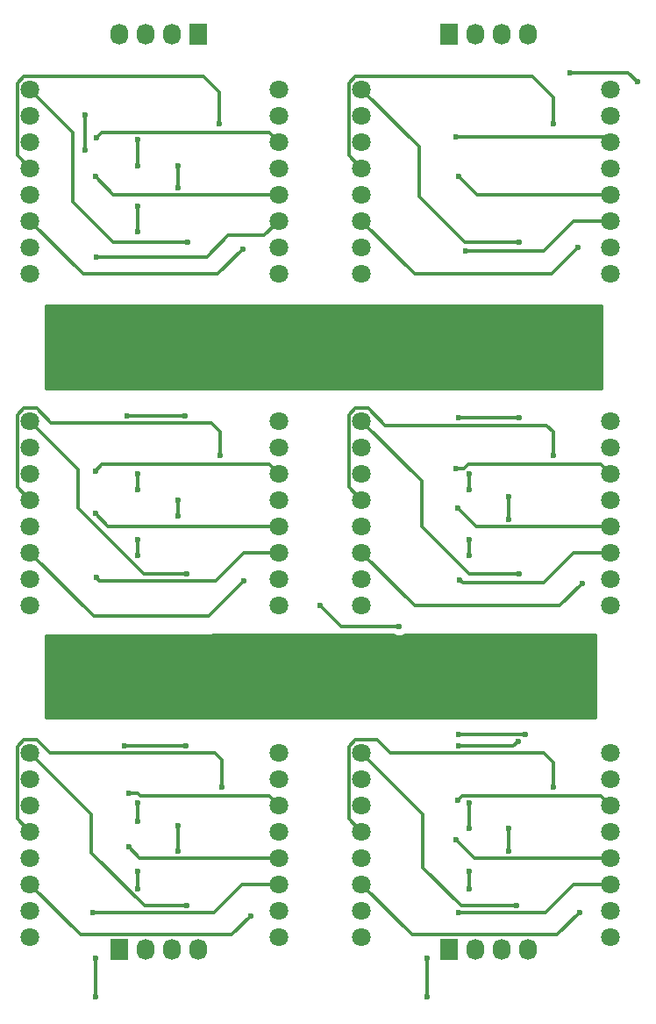
<source format=gbr>
G04 #@! TF.FileFunction,Copper,L2,Bot,Signal*
%FSLAX46Y46*%
G04 Gerber Fmt 4.6, Leading zero omitted, Abs format (unit mm)*
G04 Created by KiCad (PCBNEW 4.0.2-1.fc23-product) date pią, 26 sie 2016, 23:23:19*
%MOMM*%
G01*
G04 APERTURE LIST*
%ADD10C,0.100000*%
%ADD11C,1.800000*%
%ADD12R,1.727200X2.032000*%
%ADD13O,1.727200X2.032000*%
%ADD14C,1.200000*%
%ADD15C,0.600000*%
%ADD16C,1.270000*%
%ADD17C,0.508000*%
%ADD18C,0.304800*%
%ADD19C,0.254000*%
G04 APERTURE END LIST*
D10*
D11*
X111319000Y-93012500D03*
X111319000Y-90472500D03*
X111319000Y-87932500D03*
X111319000Y-85392500D03*
X111319000Y-82852500D03*
X111319000Y-80312500D03*
X111319000Y-77772500D03*
X111319000Y-75232500D03*
X135319000Y-93012500D03*
X135319000Y-90472500D03*
X135319000Y-87932500D03*
X135319000Y-85392500D03*
X135319000Y-82852500D03*
X135319000Y-80312500D03*
X135319000Y-77772500D03*
X135319000Y-75232500D03*
X111319000Y-125016500D03*
X111319000Y-122476500D03*
X111319000Y-119936500D03*
X111319000Y-117396500D03*
X111319000Y-114856500D03*
X111319000Y-112316500D03*
X111319000Y-109776500D03*
X111319000Y-107236500D03*
X135319000Y-125016500D03*
X135319000Y-122476500D03*
X135319000Y-119936500D03*
X135319000Y-117396500D03*
X135319000Y-114856500D03*
X135319000Y-112316500D03*
X135319000Y-109776500D03*
X135319000Y-107236500D03*
X143323000Y-93012500D03*
X143323000Y-90472500D03*
X143323000Y-87932500D03*
X143323000Y-85392500D03*
X143323000Y-82852500D03*
X143323000Y-80312500D03*
X143323000Y-77772500D03*
X143323000Y-75232500D03*
X167323000Y-93012500D03*
X167323000Y-90472500D03*
X167323000Y-87932500D03*
X167323000Y-85392500D03*
X167323000Y-82852500D03*
X167323000Y-80312500D03*
X167323000Y-77772500D03*
X167323000Y-75232500D03*
X143323000Y-61008500D03*
X143323000Y-58468500D03*
X143323000Y-55928500D03*
X143323000Y-53388500D03*
X143323000Y-50848500D03*
X143323000Y-48308500D03*
X143323000Y-45768500D03*
X143323000Y-43228500D03*
X167323000Y-61008500D03*
X167323000Y-58468500D03*
X167323000Y-55928500D03*
X167323000Y-53388500D03*
X167323000Y-50848500D03*
X167323000Y-48308500D03*
X167323000Y-45768500D03*
X167323000Y-43228500D03*
X143323000Y-125016500D03*
X143323000Y-122476500D03*
X143323000Y-119936500D03*
X143323000Y-117396500D03*
X143323000Y-114856500D03*
X143323000Y-112316500D03*
X143323000Y-109776500D03*
X143323000Y-107236500D03*
X167323000Y-125016500D03*
X167323000Y-122476500D03*
X167323000Y-119936500D03*
X167323000Y-117396500D03*
X167323000Y-114856500D03*
X167323000Y-112316500D03*
X167323000Y-109776500D03*
X167323000Y-107236500D03*
D12*
X127508000Y-37909500D03*
D13*
X124968000Y-37909500D03*
X122428000Y-37909500D03*
X119888000Y-37909500D03*
D12*
X151765000Y-37909500D03*
D13*
X154305000Y-37909500D03*
X156845000Y-37909500D03*
X159385000Y-37909500D03*
D12*
X119888000Y-126174500D03*
D13*
X122428000Y-126174500D03*
X124968000Y-126174500D03*
X127508000Y-126174500D03*
D12*
X151765000Y-126174500D03*
D13*
X154305000Y-126174500D03*
X156845000Y-126174500D03*
X159385000Y-126174500D03*
D11*
X111319000Y-61008500D03*
X111319000Y-58468500D03*
X111319000Y-55928500D03*
X111319000Y-53388500D03*
X111319000Y-50848500D03*
X111319000Y-48308500D03*
X111319000Y-45768500D03*
X111319000Y-43228500D03*
X135319000Y-61008500D03*
X135319000Y-58468500D03*
X135319000Y-55928500D03*
X135319000Y-53388500D03*
X135319000Y-50848500D03*
X135319000Y-48308500D03*
X135319000Y-45768500D03*
X135319000Y-43228500D03*
D14*
X164846000Y-70897500D03*
X164846000Y-69024500D03*
X164846000Y-66738500D03*
X113792000Y-70897500D03*
X113792000Y-69278500D03*
X113792000Y-66738500D03*
D15*
X156525000Y-65468500D03*
X156525000Y-64706500D03*
X124521000Y-65468500D03*
X124521000Y-64706500D03*
D14*
X164846000Y-65119500D03*
X113792000Y-65119500D03*
X164973000Y-103060500D03*
X164973000Y-101282500D03*
X164973000Y-98742500D03*
X113665000Y-103028500D03*
X113665000Y-101282500D03*
X113665000Y-98742500D03*
D15*
X122621000Y-97345500D03*
X122621000Y-96583500D03*
X154625000Y-97345500D03*
X154625000Y-96583500D03*
D14*
X164973000Y-96996500D03*
X113665000Y-96996500D03*
D15*
X116586000Y-49085500D03*
X116586000Y-45656500D03*
X131826000Y-58610500D03*
X129540000Y-46545500D03*
X126492000Y-57975500D03*
X117729000Y-59372500D03*
X117621086Y-51644586D03*
X117710586Y-47924086D03*
X132588000Y-122999500D03*
X129794000Y-110553500D03*
X126428500Y-121983500D03*
X117348000Y-122618500D03*
X120840500Y-116332000D03*
X120840500Y-111125000D03*
X164592000Y-90868500D03*
X161798000Y-78549500D03*
X158559500Y-89979500D03*
X152781000Y-90551000D03*
X152590500Y-83629500D03*
X152463500Y-79819500D03*
X131953000Y-90614500D03*
X129667000Y-78549500D03*
X126428500Y-89979500D03*
X117684586Y-90316086D03*
X117621086Y-84156586D03*
X117615336Y-80023336D03*
X164211000Y-58483500D03*
X161798000Y-46545500D03*
X158496000Y-57975500D03*
X153352500Y-58801000D03*
X152717500Y-51625500D03*
X152400000Y-47815500D03*
X164338000Y-122618500D03*
X161798000Y-110553500D03*
X158305500Y-121983500D03*
X152654000Y-122618500D03*
X152463500Y-115633500D03*
X152590500Y-111823500D03*
X159131000Y-105473500D03*
X152654000Y-105473500D03*
X139319000Y-93027500D03*
X146939000Y-95059500D03*
X121666000Y-48069500D03*
X121666000Y-50609500D03*
X121666000Y-56959500D03*
X121666000Y-54483000D03*
X153670000Y-114490500D03*
X153670000Y-120332500D03*
X153670000Y-112072111D03*
X121666000Y-112077500D03*
X121666000Y-86677500D03*
X121666000Y-88201500D03*
X153670000Y-80327500D03*
X153670000Y-81846710D03*
X153670000Y-86682290D03*
X153670000Y-88196710D03*
X121666000Y-80332290D03*
X121666000Y-81851500D03*
X153670000Y-118681500D03*
X121666000Y-113855500D03*
X121666000Y-118681500D03*
X121666000Y-120332500D03*
X117602000Y-130746500D03*
X117602000Y-127063500D03*
X149606000Y-130746500D03*
X149606000Y-127063500D03*
X125603000Y-50609500D03*
X125603000Y-52705000D03*
X125603000Y-116713000D03*
X157480000Y-116740890D03*
X157480000Y-84736890D03*
X157480000Y-114490500D03*
X125603000Y-114236500D03*
X157480000Y-82486500D03*
X125603000Y-82872290D03*
X125603000Y-84386710D03*
X126258610Y-74718890D03*
X120650000Y-74718890D03*
X126365000Y-106595890D03*
X120396000Y-106595890D03*
X158496000Y-74866500D03*
X152654000Y-74866500D03*
X169926000Y-42481500D03*
X163449000Y-41592500D03*
X158432500Y-106129110D03*
X152654000Y-106595890D03*
D16*
X124079000Y-65119500D02*
X156972000Y-65119500D01*
X156972000Y-65119500D02*
X164846000Y-65119500D01*
D17*
X156525000Y-65468500D02*
X156874000Y-65119500D01*
X156874000Y-65119500D02*
X156972000Y-65119500D01*
D16*
X113792000Y-65119500D02*
X124079000Y-65119500D01*
D17*
X124172000Y-65119500D02*
X124079000Y-65119500D01*
X124521000Y-65468500D02*
X124172000Y-65119500D01*
D16*
X113665000Y-96996500D02*
X122428000Y-96996500D01*
X122428000Y-96996500D02*
X155194000Y-96996500D01*
D17*
X122621000Y-97345500D02*
X122621000Y-97189500D01*
X122621000Y-97189500D02*
X122428000Y-96996500D01*
D16*
X155194000Y-96996500D02*
X164973000Y-96996500D01*
D17*
X154625000Y-97345500D02*
X154974000Y-96996500D01*
X154974000Y-96996500D02*
X155194000Y-96996500D01*
D18*
X116586000Y-45656500D02*
X116586000Y-47261790D01*
X116586000Y-47261790D02*
X116586000Y-49085500D01*
X129413000Y-61023500D02*
X131826000Y-58610500D01*
X111319000Y-55928500D02*
X116414000Y-61023500D01*
X116414000Y-61023500D02*
X129413000Y-61023500D01*
X110716311Y-41972899D02*
X110063399Y-42625811D01*
X110063399Y-42625811D02*
X110063399Y-49592899D01*
X110063399Y-49592899D02*
X110419001Y-49948501D01*
X110419001Y-49948501D02*
X111319000Y-50848500D01*
X128015399Y-41972899D02*
X129540000Y-43497500D01*
X129540000Y-43497500D02*
X129540000Y-46545500D01*
X110716311Y-41972899D02*
X128015399Y-41972899D01*
X119316500Y-57975500D02*
X126492000Y-57975500D01*
X119316500Y-57975500D02*
X115443000Y-54102000D01*
X115443000Y-54102000D02*
X115443000Y-47352500D01*
X115443000Y-47352500D02*
X111319000Y-43228500D01*
X128351290Y-59372500D02*
X117729000Y-59372500D01*
X135319000Y-55928500D02*
X133927601Y-57319899D01*
X133927601Y-57319899D02*
X130403891Y-57319899D01*
X130403891Y-57319899D02*
X128351290Y-59372500D01*
X119619000Y-53388500D02*
X119365000Y-53388500D01*
X119365000Y-53388500D02*
X117621086Y-51644586D01*
X135319000Y-53388500D02*
X119619000Y-53388500D01*
X118516999Y-47408501D02*
X118226171Y-47408501D01*
X118226171Y-47408501D02*
X117710586Y-47924086D01*
X135319000Y-48308500D02*
X134419001Y-47408501D01*
X134419001Y-47408501D02*
X118516999Y-47408501D01*
X130784610Y-124802890D02*
X132588000Y-122999500D01*
X111319000Y-119936500D02*
X116185390Y-124802890D01*
X116185390Y-124802890D02*
X130784610Y-124802890D01*
X113192290Y-107251500D02*
X129159000Y-107251500D01*
X129159000Y-107251500D02*
X129794000Y-107886500D01*
X110716311Y-105980899D02*
X111921689Y-105980899D01*
X111921689Y-105980899D02*
X113192290Y-107251500D01*
X129794000Y-107886500D02*
X129794000Y-110553500D01*
X111319000Y-114856500D02*
X110063399Y-113600899D01*
X110063399Y-113600899D02*
X110063399Y-106633811D01*
X110063399Y-106633811D02*
X110716311Y-105980899D01*
X126428500Y-121983500D02*
X122346710Y-121983500D01*
X117221000Y-113138500D02*
X117221000Y-116857790D01*
X117221000Y-116857790D02*
X122346710Y-121983500D01*
X111319000Y-107236500D02*
X117221000Y-113138500D01*
X117348000Y-122618500D02*
X117772264Y-122618500D01*
X129092689Y-122639101D02*
X131795290Y-119936500D01*
X117772264Y-122618500D02*
X117792865Y-122639101D01*
X117792865Y-122639101D02*
X129092689Y-122639101D01*
X131795290Y-119936500D02*
X135319000Y-119936500D01*
X120840500Y-116332000D02*
X121905000Y-117396500D01*
X121905000Y-117396500D02*
X135319000Y-117396500D01*
X120840500Y-111125000D02*
X121683790Y-111125000D01*
X121683790Y-111125000D02*
X121975291Y-111416501D01*
X121975291Y-111416501D02*
X134419001Y-111416501D01*
X135319000Y-112316500D02*
X134419001Y-111416501D01*
X148418000Y-93027500D02*
X162433000Y-93027500D01*
X162433000Y-93027500D02*
X164592000Y-90868500D01*
X143323000Y-87932500D02*
X148418000Y-93027500D01*
X145577290Y-75628500D02*
X161163000Y-75628500D01*
X161163000Y-75628500D02*
X161798000Y-76263500D01*
X142720311Y-73976899D02*
X143925689Y-73976899D01*
X143925689Y-73976899D02*
X145577290Y-75628500D01*
X161798000Y-76263500D02*
X161798000Y-78549500D01*
X143323000Y-82852500D02*
X142067399Y-81596899D01*
X142067399Y-81596899D02*
X142067399Y-74629811D01*
X142067399Y-74629811D02*
X142720311Y-73976899D01*
X158559500Y-89979500D02*
X153670000Y-89979500D01*
X149098000Y-85407500D02*
X153670000Y-89979500D01*
X149098000Y-81007500D02*
X149098000Y-85407500D01*
X143323000Y-75232500D02*
X149098000Y-81007500D01*
X152781000Y-90551000D02*
X153080999Y-90850999D01*
X163799290Y-87932500D02*
X167323000Y-87932500D01*
X153080999Y-90850999D02*
X160880791Y-90850999D01*
X160880791Y-90850999D02*
X163799290Y-87932500D01*
X152590500Y-83629500D02*
X154353500Y-85392500D01*
X154353500Y-85392500D02*
X167323000Y-85392500D01*
X152463500Y-79819500D02*
X153207710Y-79819500D01*
X153207710Y-79819500D02*
X153614709Y-79412501D01*
X153614709Y-79412501D02*
X166423001Y-79412501D01*
X167323000Y-80312500D02*
X166423001Y-79412501D01*
X117430000Y-94043500D02*
X128524000Y-94043500D01*
X128524000Y-94043500D02*
X131953000Y-90614500D01*
X111319000Y-87932500D02*
X117430000Y-94043500D01*
X113319290Y-75374500D02*
X128778000Y-75374500D01*
X128778000Y-75374500D02*
X129667000Y-76263500D01*
X110716311Y-73976899D02*
X111921689Y-73976899D01*
X111921689Y-73976899D02*
X113319290Y-75374500D01*
X129667000Y-76263500D02*
X129667000Y-78549500D01*
X111319000Y-82852500D02*
X110063399Y-81596899D01*
X110063399Y-81596899D02*
X110063399Y-74629811D01*
X110063399Y-74629811D02*
X110716311Y-73976899D01*
X126428500Y-89979500D02*
X122301000Y-89979500D01*
X115951000Y-79864500D02*
X111319000Y-75232500D01*
X122301000Y-89979500D02*
X115951000Y-83629500D01*
X115951000Y-83629500D02*
X115951000Y-79864500D01*
X118892601Y-90635101D02*
X118003601Y-90635101D01*
X118003601Y-90635101D02*
X117684586Y-90316086D01*
X135319000Y-87932500D02*
X131922290Y-87932500D01*
X131922290Y-87932500D02*
X129219689Y-90635101D01*
X129219689Y-90635101D02*
X118892601Y-90635101D01*
X117621086Y-84156586D02*
X118857000Y-85392500D01*
X118857000Y-85392500D02*
X120000000Y-85392500D01*
X120000000Y-85392500D02*
X135319000Y-85392500D01*
X118389999Y-79412501D02*
X118226171Y-79412501D01*
X118226171Y-79412501D02*
X117615336Y-80023336D01*
X135319000Y-80312500D02*
X134419001Y-79412501D01*
X134419001Y-79412501D02*
X118389999Y-79412501D01*
X148418000Y-61023500D02*
X161671000Y-61023500D01*
X161671000Y-61023500D02*
X164211000Y-58483500D01*
X143323000Y-55928500D02*
X148418000Y-61023500D01*
X159765399Y-41972899D02*
X161798000Y-44005500D01*
X161798000Y-44005500D02*
X161798000Y-46545500D01*
X143323000Y-50848500D02*
X142067399Y-49592899D01*
X142720311Y-41972899D02*
X159765399Y-41972899D01*
X142067399Y-49592899D02*
X142067399Y-42625811D01*
X142067399Y-42625811D02*
X142720311Y-41972899D01*
X158496000Y-57975500D02*
X153289000Y-57975500D01*
X153289000Y-57975500D02*
X148844000Y-53530500D01*
X148844000Y-53530500D02*
X148844000Y-48749500D01*
X148844000Y-48749500D02*
X143323000Y-43228500D01*
X153352500Y-58801000D02*
X160926790Y-58801000D01*
X163799290Y-55928500D02*
X167323000Y-55928500D01*
X160926790Y-58801000D02*
X163799290Y-55928500D01*
X152717500Y-51625500D02*
X154480500Y-53388500D01*
X154480500Y-53388500D02*
X167323000Y-53388500D01*
X152400000Y-47815500D02*
X166830000Y-47815500D01*
X166830000Y-47815500D02*
X167323000Y-48308500D01*
X162153610Y-124802890D02*
X164338000Y-122618500D01*
X143323000Y-119936500D02*
X148189390Y-124802890D01*
X148189390Y-124802890D02*
X162153610Y-124802890D01*
X146050000Y-107251500D02*
X160909000Y-107251500D01*
X160909000Y-107251500D02*
X161798000Y-108140500D01*
X144779399Y-105980899D02*
X146050000Y-107251500D01*
X142720311Y-105980899D02*
X144779399Y-105980899D01*
X161798000Y-108140500D02*
X161798000Y-110553500D01*
X143323000Y-114856500D02*
X142067399Y-113600899D01*
X142067399Y-113600899D02*
X142067399Y-106633811D01*
X142067399Y-106633811D02*
X142720311Y-105980899D01*
X158305500Y-121983500D02*
X152908000Y-121983500D01*
X152908000Y-121983500D02*
X149225000Y-118300500D01*
X149225000Y-118300500D02*
X149225000Y-113138500D01*
X149225000Y-113138500D02*
X143323000Y-107236500D01*
X152654000Y-122618500D02*
X157970210Y-122618500D01*
X157970210Y-122618500D02*
X157990811Y-122639101D01*
X157990811Y-122639101D02*
X161096689Y-122639101D01*
X167323000Y-119936500D02*
X163799290Y-119936500D01*
X163799290Y-119936500D02*
X161096689Y-122639101D01*
X152463500Y-115633500D02*
X154226500Y-117396500D01*
X154226500Y-117396500D02*
X167323000Y-117396500D01*
X152590500Y-111823500D02*
X152997490Y-111416510D01*
X152997490Y-111416510D02*
X166422992Y-111416510D01*
X166422992Y-111416510D02*
X166423001Y-111416501D01*
X167323000Y-112316500D02*
X166423001Y-111416501D01*
X152654000Y-105473500D02*
X159131000Y-105473500D01*
X146939000Y-95059500D02*
X141351000Y-95059500D01*
X141351000Y-95059500D02*
X139319000Y-93027500D01*
X121666000Y-50609500D02*
X121666000Y-48069500D01*
X121666000Y-56959500D02*
X121666000Y-54681490D01*
X121666000Y-54681490D02*
X121666000Y-54483000D01*
X153670000Y-114490500D02*
X153670000Y-112339490D01*
X153670000Y-112339490D02*
X153670000Y-112072111D01*
X153670000Y-120332500D02*
X153670000Y-118681500D01*
X121666000Y-112339490D02*
X121666000Y-112077500D01*
X121666000Y-88201500D02*
X121666000Y-86677500D01*
X153670000Y-81846710D02*
X153670000Y-80327500D01*
X153670000Y-88196710D02*
X153670000Y-86682290D01*
X121666000Y-81851500D02*
X121666000Y-80332290D01*
X121666000Y-113855500D02*
X121666000Y-112339490D01*
X121666000Y-120332500D02*
X121666000Y-118681500D01*
X117602000Y-127063500D02*
X117602000Y-130746500D01*
X149606000Y-127063500D02*
X149606000Y-130746500D01*
X125603000Y-52705000D02*
X125603000Y-50609500D01*
X125603000Y-116713000D02*
X125603000Y-114879490D01*
X125603000Y-114879490D02*
X125603000Y-114236500D01*
X157480000Y-116740890D02*
X157480000Y-114879490D01*
X157480000Y-114879490D02*
X157480000Y-114490500D01*
X157480000Y-84736890D02*
X157480000Y-82875490D01*
X157480000Y-82875490D02*
X157480000Y-82486500D01*
X125603000Y-84386710D02*
X125603000Y-82872290D01*
X120650000Y-74718890D02*
X126258610Y-74718890D01*
X120396000Y-106595890D02*
X126365000Y-106595890D01*
X152654000Y-74866500D02*
X158496000Y-74866500D01*
X163449000Y-41592500D02*
X169037000Y-41592500D01*
X169037000Y-41592500D02*
X169926000Y-42481500D01*
X152654000Y-106595890D02*
X157965720Y-106595890D01*
X157965720Y-106595890D02*
X158432500Y-106129110D01*
D19*
G36*
X166497000Y-72072500D02*
X112776000Y-72072500D01*
X112776000Y-64071500D01*
X166497000Y-64071500D01*
X166497000Y-72072500D01*
X166497000Y-72072500D01*
G37*
X166497000Y-72072500D02*
X112776000Y-72072500D01*
X112776000Y-64071500D01*
X166497000Y-64071500D01*
X166497000Y-72072500D01*
G36*
X165862000Y-103822500D02*
X112776000Y-103822500D01*
X112776000Y-95884849D01*
X144652968Y-95846900D01*
X146403889Y-95846900D01*
X146408673Y-95851692D01*
X146752201Y-95994338D01*
X147124167Y-95994662D01*
X147467943Y-95852617D01*
X147477038Y-95843538D01*
X165862000Y-95821651D01*
X165862000Y-103822500D01*
X165862000Y-103822500D01*
G37*
X165862000Y-103822500D02*
X112776000Y-103822500D01*
X112776000Y-95884849D01*
X144652968Y-95846900D01*
X146403889Y-95846900D01*
X146408673Y-95851692D01*
X146752201Y-95994338D01*
X147124167Y-95994662D01*
X147467943Y-95852617D01*
X147477038Y-95843538D01*
X165862000Y-95821651D01*
X165862000Y-103822500D01*
M02*

</source>
